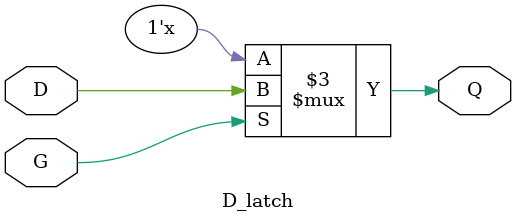
<source format=v>
`timescale 1ns / 1ps


module D_latch(D, G, Q); //As given in the lecture
    input D, G;
    output reg Q;
    always @(D or G)
        if (G) Q = D;
endmodule

</source>
